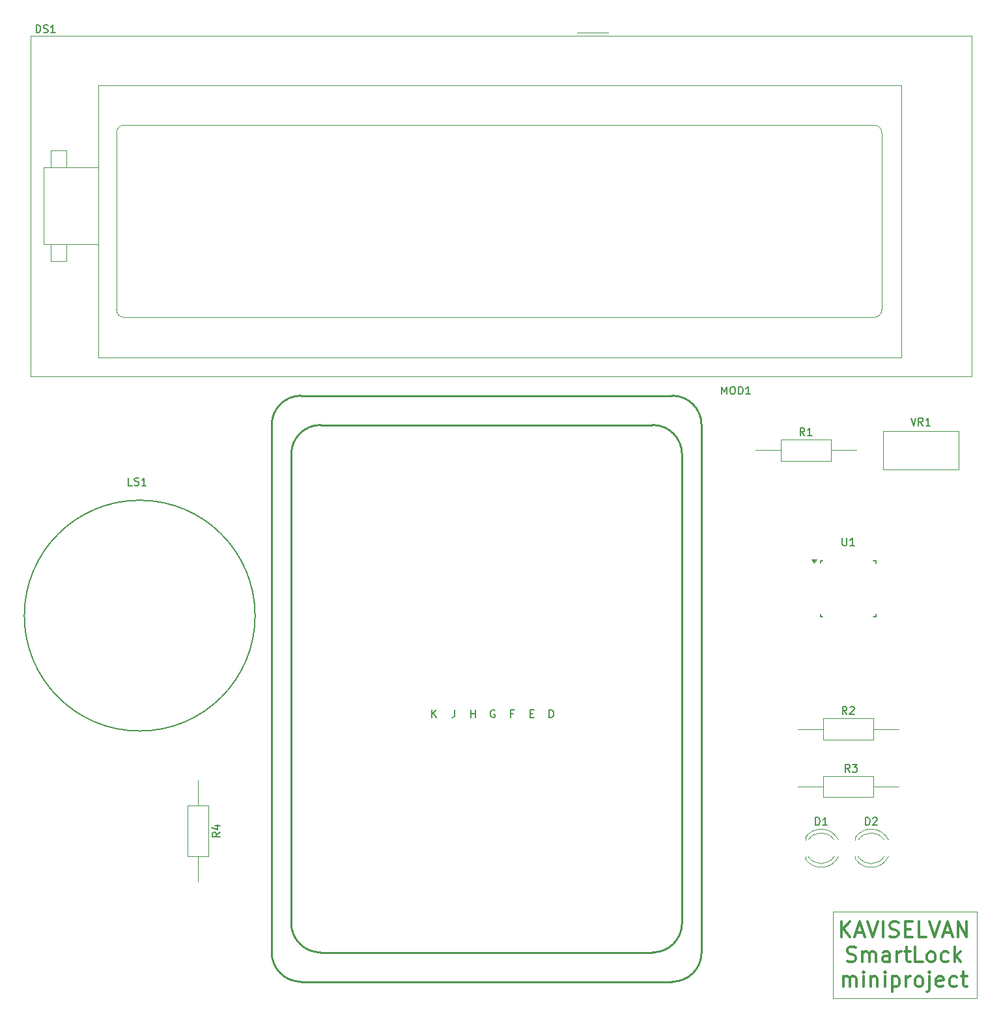
<source format=gbr>
%TF.GenerationSoftware,KiCad,Pcbnew,8.0.2*%
%TF.CreationDate,2024-07-17T11:39:07+05:30*%
%TF.ProjectId,smart lock,736d6172-7420-46c6-9f63-6b2e6b696361,v1*%
%TF.SameCoordinates,Original*%
%TF.FileFunction,Legend,Top*%
%TF.FilePolarity,Positive*%
%FSLAX46Y46*%
G04 Gerber Fmt 4.6, Leading zero omitted, Abs format (unit mm)*
G04 Created by KiCad (PCBNEW 8.0.2) date 2024-07-17 11:39:07*
%MOMM*%
%LPD*%
G01*
G04 APERTURE LIST*
%ADD10C,0.100000*%
%ADD11C,0.300000*%
%ADD12C,0.150000*%
%ADD13C,0.120000*%
%ADD14C,0.254000*%
%ADD15C,0.127000*%
G04 APERTURE END LIST*
D10*
X162000000Y-145500000D02*
X180750000Y-145500000D01*
X180750000Y-156750000D01*
X162000000Y-156750000D01*
X162000000Y-145500000D01*
D11*
X163107142Y-148799862D02*
X163107142Y-146799862D01*
X164249999Y-148799862D02*
X163392856Y-147657004D01*
X164249999Y-146799862D02*
X163107142Y-147942719D01*
X165011904Y-148228433D02*
X165964285Y-148228433D01*
X164821428Y-148799862D02*
X165488094Y-146799862D01*
X165488094Y-146799862D02*
X166154761Y-148799862D01*
X166535714Y-146799862D02*
X167202380Y-148799862D01*
X167202380Y-148799862D02*
X167869047Y-146799862D01*
X168535714Y-148799862D02*
X168535714Y-146799862D01*
X169392857Y-148704624D02*
X169678571Y-148799862D01*
X169678571Y-148799862D02*
X170154762Y-148799862D01*
X170154762Y-148799862D02*
X170345238Y-148704624D01*
X170345238Y-148704624D02*
X170440476Y-148609385D01*
X170440476Y-148609385D02*
X170535714Y-148418909D01*
X170535714Y-148418909D02*
X170535714Y-148228433D01*
X170535714Y-148228433D02*
X170440476Y-148037957D01*
X170440476Y-148037957D02*
X170345238Y-147942719D01*
X170345238Y-147942719D02*
X170154762Y-147847481D01*
X170154762Y-147847481D02*
X169773809Y-147752243D01*
X169773809Y-147752243D02*
X169583333Y-147657004D01*
X169583333Y-147657004D02*
X169488095Y-147561766D01*
X169488095Y-147561766D02*
X169392857Y-147371290D01*
X169392857Y-147371290D02*
X169392857Y-147180814D01*
X169392857Y-147180814D02*
X169488095Y-146990338D01*
X169488095Y-146990338D02*
X169583333Y-146895100D01*
X169583333Y-146895100D02*
X169773809Y-146799862D01*
X169773809Y-146799862D02*
X170250000Y-146799862D01*
X170250000Y-146799862D02*
X170535714Y-146895100D01*
X171392857Y-147752243D02*
X172059524Y-147752243D01*
X172345238Y-148799862D02*
X171392857Y-148799862D01*
X171392857Y-148799862D02*
X171392857Y-146799862D01*
X171392857Y-146799862D02*
X172345238Y-146799862D01*
X174154762Y-148799862D02*
X173202381Y-148799862D01*
X173202381Y-148799862D02*
X173202381Y-146799862D01*
X174535715Y-146799862D02*
X175202381Y-148799862D01*
X175202381Y-148799862D02*
X175869048Y-146799862D01*
X176440477Y-148228433D02*
X177392858Y-148228433D01*
X176250001Y-148799862D02*
X176916667Y-146799862D01*
X176916667Y-146799862D02*
X177583334Y-148799862D01*
X178250001Y-148799862D02*
X178250001Y-146799862D01*
X178250001Y-146799862D02*
X179392858Y-148799862D01*
X179392858Y-148799862D02*
X179392858Y-146799862D01*
X163869047Y-151924512D02*
X164154761Y-152019750D01*
X164154761Y-152019750D02*
X164630952Y-152019750D01*
X164630952Y-152019750D02*
X164821428Y-151924512D01*
X164821428Y-151924512D02*
X164916666Y-151829273D01*
X164916666Y-151829273D02*
X165011904Y-151638797D01*
X165011904Y-151638797D02*
X165011904Y-151448321D01*
X165011904Y-151448321D02*
X164916666Y-151257845D01*
X164916666Y-151257845D02*
X164821428Y-151162607D01*
X164821428Y-151162607D02*
X164630952Y-151067369D01*
X164630952Y-151067369D02*
X164249999Y-150972131D01*
X164249999Y-150972131D02*
X164059523Y-150876892D01*
X164059523Y-150876892D02*
X163964285Y-150781654D01*
X163964285Y-150781654D02*
X163869047Y-150591178D01*
X163869047Y-150591178D02*
X163869047Y-150400702D01*
X163869047Y-150400702D02*
X163964285Y-150210226D01*
X163964285Y-150210226D02*
X164059523Y-150114988D01*
X164059523Y-150114988D02*
X164249999Y-150019750D01*
X164249999Y-150019750D02*
X164726190Y-150019750D01*
X164726190Y-150019750D02*
X165011904Y-150114988D01*
X165869047Y-152019750D02*
X165869047Y-150686416D01*
X165869047Y-150876892D02*
X165964285Y-150781654D01*
X165964285Y-150781654D02*
X166154761Y-150686416D01*
X166154761Y-150686416D02*
X166440476Y-150686416D01*
X166440476Y-150686416D02*
X166630952Y-150781654D01*
X166630952Y-150781654D02*
X166726190Y-150972131D01*
X166726190Y-150972131D02*
X166726190Y-152019750D01*
X166726190Y-150972131D02*
X166821428Y-150781654D01*
X166821428Y-150781654D02*
X167011904Y-150686416D01*
X167011904Y-150686416D02*
X167297618Y-150686416D01*
X167297618Y-150686416D02*
X167488095Y-150781654D01*
X167488095Y-150781654D02*
X167583333Y-150972131D01*
X167583333Y-150972131D02*
X167583333Y-152019750D01*
X169392857Y-152019750D02*
X169392857Y-150972131D01*
X169392857Y-150972131D02*
X169297619Y-150781654D01*
X169297619Y-150781654D02*
X169107143Y-150686416D01*
X169107143Y-150686416D02*
X168726190Y-150686416D01*
X168726190Y-150686416D02*
X168535714Y-150781654D01*
X169392857Y-151924512D02*
X169202381Y-152019750D01*
X169202381Y-152019750D02*
X168726190Y-152019750D01*
X168726190Y-152019750D02*
X168535714Y-151924512D01*
X168535714Y-151924512D02*
X168440476Y-151734035D01*
X168440476Y-151734035D02*
X168440476Y-151543559D01*
X168440476Y-151543559D02*
X168535714Y-151353083D01*
X168535714Y-151353083D02*
X168726190Y-151257845D01*
X168726190Y-151257845D02*
X169202381Y-151257845D01*
X169202381Y-151257845D02*
X169392857Y-151162607D01*
X170345238Y-152019750D02*
X170345238Y-150686416D01*
X170345238Y-151067369D02*
X170440476Y-150876892D01*
X170440476Y-150876892D02*
X170535714Y-150781654D01*
X170535714Y-150781654D02*
X170726190Y-150686416D01*
X170726190Y-150686416D02*
X170916667Y-150686416D01*
X171297619Y-150686416D02*
X172059523Y-150686416D01*
X171583333Y-150019750D02*
X171583333Y-151734035D01*
X171583333Y-151734035D02*
X171678571Y-151924512D01*
X171678571Y-151924512D02*
X171869047Y-152019750D01*
X171869047Y-152019750D02*
X172059523Y-152019750D01*
X173678571Y-152019750D02*
X172726190Y-152019750D01*
X172726190Y-152019750D02*
X172726190Y-150019750D01*
X174630952Y-152019750D02*
X174440476Y-151924512D01*
X174440476Y-151924512D02*
X174345238Y-151829273D01*
X174345238Y-151829273D02*
X174250000Y-151638797D01*
X174250000Y-151638797D02*
X174250000Y-151067369D01*
X174250000Y-151067369D02*
X174345238Y-150876892D01*
X174345238Y-150876892D02*
X174440476Y-150781654D01*
X174440476Y-150781654D02*
X174630952Y-150686416D01*
X174630952Y-150686416D02*
X174916667Y-150686416D01*
X174916667Y-150686416D02*
X175107143Y-150781654D01*
X175107143Y-150781654D02*
X175202381Y-150876892D01*
X175202381Y-150876892D02*
X175297619Y-151067369D01*
X175297619Y-151067369D02*
X175297619Y-151638797D01*
X175297619Y-151638797D02*
X175202381Y-151829273D01*
X175202381Y-151829273D02*
X175107143Y-151924512D01*
X175107143Y-151924512D02*
X174916667Y-152019750D01*
X174916667Y-152019750D02*
X174630952Y-152019750D01*
X177011905Y-151924512D02*
X176821429Y-152019750D01*
X176821429Y-152019750D02*
X176440476Y-152019750D01*
X176440476Y-152019750D02*
X176250000Y-151924512D01*
X176250000Y-151924512D02*
X176154762Y-151829273D01*
X176154762Y-151829273D02*
X176059524Y-151638797D01*
X176059524Y-151638797D02*
X176059524Y-151067369D01*
X176059524Y-151067369D02*
X176154762Y-150876892D01*
X176154762Y-150876892D02*
X176250000Y-150781654D01*
X176250000Y-150781654D02*
X176440476Y-150686416D01*
X176440476Y-150686416D02*
X176821429Y-150686416D01*
X176821429Y-150686416D02*
X177011905Y-150781654D01*
X177869048Y-152019750D02*
X177869048Y-150019750D01*
X178059524Y-151257845D02*
X178630953Y-152019750D01*
X178630953Y-150686416D02*
X177869048Y-151448321D01*
X163345237Y-155239638D02*
X163345237Y-153906304D01*
X163345237Y-154096780D02*
X163440475Y-154001542D01*
X163440475Y-154001542D02*
X163630951Y-153906304D01*
X163630951Y-153906304D02*
X163916666Y-153906304D01*
X163916666Y-153906304D02*
X164107142Y-154001542D01*
X164107142Y-154001542D02*
X164202380Y-154192019D01*
X164202380Y-154192019D02*
X164202380Y-155239638D01*
X164202380Y-154192019D02*
X164297618Y-154001542D01*
X164297618Y-154001542D02*
X164488094Y-153906304D01*
X164488094Y-153906304D02*
X164773808Y-153906304D01*
X164773808Y-153906304D02*
X164964285Y-154001542D01*
X164964285Y-154001542D02*
X165059523Y-154192019D01*
X165059523Y-154192019D02*
X165059523Y-155239638D01*
X166011904Y-155239638D02*
X166011904Y-153906304D01*
X166011904Y-153239638D02*
X165916666Y-153334876D01*
X165916666Y-153334876D02*
X166011904Y-153430114D01*
X166011904Y-153430114D02*
X166107142Y-153334876D01*
X166107142Y-153334876D02*
X166011904Y-153239638D01*
X166011904Y-153239638D02*
X166011904Y-153430114D01*
X166964285Y-153906304D02*
X166964285Y-155239638D01*
X166964285Y-154096780D02*
X167059523Y-154001542D01*
X167059523Y-154001542D02*
X167249999Y-153906304D01*
X167249999Y-153906304D02*
X167535714Y-153906304D01*
X167535714Y-153906304D02*
X167726190Y-154001542D01*
X167726190Y-154001542D02*
X167821428Y-154192019D01*
X167821428Y-154192019D02*
X167821428Y-155239638D01*
X168773809Y-155239638D02*
X168773809Y-153906304D01*
X168773809Y-153239638D02*
X168678571Y-153334876D01*
X168678571Y-153334876D02*
X168773809Y-153430114D01*
X168773809Y-153430114D02*
X168869047Y-153334876D01*
X168869047Y-153334876D02*
X168773809Y-153239638D01*
X168773809Y-153239638D02*
X168773809Y-153430114D01*
X169726190Y-153906304D02*
X169726190Y-155906304D01*
X169726190Y-154001542D02*
X169916666Y-153906304D01*
X169916666Y-153906304D02*
X170297619Y-153906304D01*
X170297619Y-153906304D02*
X170488095Y-154001542D01*
X170488095Y-154001542D02*
X170583333Y-154096780D01*
X170583333Y-154096780D02*
X170678571Y-154287257D01*
X170678571Y-154287257D02*
X170678571Y-154858685D01*
X170678571Y-154858685D02*
X170583333Y-155049161D01*
X170583333Y-155049161D02*
X170488095Y-155144400D01*
X170488095Y-155144400D02*
X170297619Y-155239638D01*
X170297619Y-155239638D02*
X169916666Y-155239638D01*
X169916666Y-155239638D02*
X169726190Y-155144400D01*
X171535714Y-155239638D02*
X171535714Y-153906304D01*
X171535714Y-154287257D02*
X171630952Y-154096780D01*
X171630952Y-154096780D02*
X171726190Y-154001542D01*
X171726190Y-154001542D02*
X171916666Y-153906304D01*
X171916666Y-153906304D02*
X172107143Y-153906304D01*
X173059523Y-155239638D02*
X172869047Y-155144400D01*
X172869047Y-155144400D02*
X172773809Y-155049161D01*
X172773809Y-155049161D02*
X172678571Y-154858685D01*
X172678571Y-154858685D02*
X172678571Y-154287257D01*
X172678571Y-154287257D02*
X172773809Y-154096780D01*
X172773809Y-154096780D02*
X172869047Y-154001542D01*
X172869047Y-154001542D02*
X173059523Y-153906304D01*
X173059523Y-153906304D02*
X173345238Y-153906304D01*
X173345238Y-153906304D02*
X173535714Y-154001542D01*
X173535714Y-154001542D02*
X173630952Y-154096780D01*
X173630952Y-154096780D02*
X173726190Y-154287257D01*
X173726190Y-154287257D02*
X173726190Y-154858685D01*
X173726190Y-154858685D02*
X173630952Y-155049161D01*
X173630952Y-155049161D02*
X173535714Y-155144400D01*
X173535714Y-155144400D02*
X173345238Y-155239638D01*
X173345238Y-155239638D02*
X173059523Y-155239638D01*
X174583333Y-153906304D02*
X174583333Y-155620590D01*
X174583333Y-155620590D02*
X174488095Y-155811066D01*
X174488095Y-155811066D02*
X174297619Y-155906304D01*
X174297619Y-155906304D02*
X174202381Y-155906304D01*
X174583333Y-153239638D02*
X174488095Y-153334876D01*
X174488095Y-153334876D02*
X174583333Y-153430114D01*
X174583333Y-153430114D02*
X174678571Y-153334876D01*
X174678571Y-153334876D02*
X174583333Y-153239638D01*
X174583333Y-153239638D02*
X174583333Y-153430114D01*
X176297619Y-155144400D02*
X176107143Y-155239638D01*
X176107143Y-155239638D02*
X175726190Y-155239638D01*
X175726190Y-155239638D02*
X175535714Y-155144400D01*
X175535714Y-155144400D02*
X175440476Y-154953923D01*
X175440476Y-154953923D02*
X175440476Y-154192019D01*
X175440476Y-154192019D02*
X175535714Y-154001542D01*
X175535714Y-154001542D02*
X175726190Y-153906304D01*
X175726190Y-153906304D02*
X176107143Y-153906304D01*
X176107143Y-153906304D02*
X176297619Y-154001542D01*
X176297619Y-154001542D02*
X176392857Y-154192019D01*
X176392857Y-154192019D02*
X176392857Y-154382495D01*
X176392857Y-154382495D02*
X175440476Y-154572971D01*
X178107143Y-155144400D02*
X177916667Y-155239638D01*
X177916667Y-155239638D02*
X177535714Y-155239638D01*
X177535714Y-155239638D02*
X177345238Y-155144400D01*
X177345238Y-155144400D02*
X177250000Y-155049161D01*
X177250000Y-155049161D02*
X177154762Y-154858685D01*
X177154762Y-154858685D02*
X177154762Y-154287257D01*
X177154762Y-154287257D02*
X177250000Y-154096780D01*
X177250000Y-154096780D02*
X177345238Y-154001542D01*
X177345238Y-154001542D02*
X177535714Y-153906304D01*
X177535714Y-153906304D02*
X177916667Y-153906304D01*
X177916667Y-153906304D02*
X178107143Y-154001542D01*
X178678572Y-153906304D02*
X179440476Y-153906304D01*
X178964286Y-153239638D02*
X178964286Y-154953923D01*
X178964286Y-154953923D02*
X179059524Y-155144400D01*
X179059524Y-155144400D02*
X179250000Y-155239638D01*
X179250000Y-155239638D02*
X179440476Y-155239638D01*
D12*
X159756905Y-134244819D02*
X159756905Y-133244819D01*
X159756905Y-133244819D02*
X159995000Y-133244819D01*
X159995000Y-133244819D02*
X160137857Y-133292438D01*
X160137857Y-133292438D02*
X160233095Y-133387676D01*
X160233095Y-133387676D02*
X160280714Y-133482914D01*
X160280714Y-133482914D02*
X160328333Y-133673390D01*
X160328333Y-133673390D02*
X160328333Y-133816247D01*
X160328333Y-133816247D02*
X160280714Y-134006723D01*
X160280714Y-134006723D02*
X160233095Y-134101961D01*
X160233095Y-134101961D02*
X160137857Y-134197200D01*
X160137857Y-134197200D02*
X159995000Y-134244819D01*
X159995000Y-134244819D02*
X159756905Y-134244819D01*
X161280714Y-134244819D02*
X160709286Y-134244819D01*
X160995000Y-134244819D02*
X160995000Y-133244819D01*
X160995000Y-133244819D02*
X160899762Y-133387676D01*
X160899762Y-133387676D02*
X160804524Y-133482914D01*
X160804524Y-133482914D02*
X160709286Y-133530533D01*
X147551667Y-78219819D02*
X147551667Y-77219819D01*
X147551667Y-77219819D02*
X147885000Y-77934104D01*
X147885000Y-77934104D02*
X148218333Y-77219819D01*
X148218333Y-77219819D02*
X148218333Y-78219819D01*
X148885000Y-77219819D02*
X149075476Y-77219819D01*
X149075476Y-77219819D02*
X149170714Y-77267438D01*
X149170714Y-77267438D02*
X149265952Y-77362676D01*
X149265952Y-77362676D02*
X149313571Y-77553152D01*
X149313571Y-77553152D02*
X149313571Y-77886485D01*
X149313571Y-77886485D02*
X149265952Y-78076961D01*
X149265952Y-78076961D02*
X149170714Y-78172200D01*
X149170714Y-78172200D02*
X149075476Y-78219819D01*
X149075476Y-78219819D02*
X148885000Y-78219819D01*
X148885000Y-78219819D02*
X148789762Y-78172200D01*
X148789762Y-78172200D02*
X148694524Y-78076961D01*
X148694524Y-78076961D02*
X148646905Y-77886485D01*
X148646905Y-77886485D02*
X148646905Y-77553152D01*
X148646905Y-77553152D02*
X148694524Y-77362676D01*
X148694524Y-77362676D02*
X148789762Y-77267438D01*
X148789762Y-77267438D02*
X148885000Y-77219819D01*
X149742143Y-78219819D02*
X149742143Y-77219819D01*
X149742143Y-77219819D02*
X149980238Y-77219819D01*
X149980238Y-77219819D02*
X150123095Y-77267438D01*
X150123095Y-77267438D02*
X150218333Y-77362676D01*
X150218333Y-77362676D02*
X150265952Y-77457914D01*
X150265952Y-77457914D02*
X150313571Y-77648390D01*
X150313571Y-77648390D02*
X150313571Y-77791247D01*
X150313571Y-77791247D02*
X150265952Y-77981723D01*
X150265952Y-77981723D02*
X150218333Y-78076961D01*
X150218333Y-78076961D02*
X150123095Y-78172200D01*
X150123095Y-78172200D02*
X149980238Y-78219819D01*
X149980238Y-78219819D02*
X149742143Y-78219819D01*
X151265952Y-78219819D02*
X150694524Y-78219819D01*
X150980238Y-78219819D02*
X150980238Y-77219819D01*
X150980238Y-77219819D02*
X150885000Y-77362676D01*
X150885000Y-77362676D02*
X150789762Y-77457914D01*
X150789762Y-77457914D02*
X150694524Y-77505533D01*
X122650714Y-119733009D02*
X122984047Y-119733009D01*
X123126904Y-120256819D02*
X122650714Y-120256819D01*
X122650714Y-120256819D02*
X122650714Y-119256819D01*
X122650714Y-119256819D02*
X123126904Y-119256819D01*
X109903095Y-120256819D02*
X109903095Y-119256819D01*
X110474523Y-120256819D02*
X110045952Y-119685390D01*
X110474523Y-119256819D02*
X109903095Y-119828247D01*
X120467857Y-119733009D02*
X120134524Y-119733009D01*
X120134524Y-120256819D02*
X120134524Y-119256819D01*
X120134524Y-119256819D02*
X120610714Y-119256819D01*
X125143095Y-120256819D02*
X125143095Y-119256819D01*
X125143095Y-119256819D02*
X125381190Y-119256819D01*
X125381190Y-119256819D02*
X125524047Y-119304438D01*
X125524047Y-119304438D02*
X125619285Y-119399676D01*
X125619285Y-119399676D02*
X125666904Y-119494914D01*
X125666904Y-119494914D02*
X125714523Y-119685390D01*
X125714523Y-119685390D02*
X125714523Y-119828247D01*
X125714523Y-119828247D02*
X125666904Y-120018723D01*
X125666904Y-120018723D02*
X125619285Y-120113961D01*
X125619285Y-120113961D02*
X125524047Y-120209200D01*
X125524047Y-120209200D02*
X125381190Y-120256819D01*
X125381190Y-120256819D02*
X125143095Y-120256819D01*
X112847857Y-119256819D02*
X112847857Y-119971104D01*
X112847857Y-119971104D02*
X112800238Y-120113961D01*
X112800238Y-120113961D02*
X112705000Y-120209200D01*
X112705000Y-120209200D02*
X112562143Y-120256819D01*
X112562143Y-120256819D02*
X112466905Y-120256819D01*
X114959286Y-120256819D02*
X114959286Y-119256819D01*
X114959286Y-119733009D02*
X115530714Y-119733009D01*
X115530714Y-120256819D02*
X115530714Y-119256819D01*
X118046904Y-119304438D02*
X117951666Y-119256819D01*
X117951666Y-119256819D02*
X117808809Y-119256819D01*
X117808809Y-119256819D02*
X117665952Y-119304438D01*
X117665952Y-119304438D02*
X117570714Y-119399676D01*
X117570714Y-119399676D02*
X117523095Y-119494914D01*
X117523095Y-119494914D02*
X117475476Y-119685390D01*
X117475476Y-119685390D02*
X117475476Y-119828247D01*
X117475476Y-119828247D02*
X117523095Y-120018723D01*
X117523095Y-120018723D02*
X117570714Y-120113961D01*
X117570714Y-120113961D02*
X117665952Y-120209200D01*
X117665952Y-120209200D02*
X117808809Y-120256819D01*
X117808809Y-120256819D02*
X117904047Y-120256819D01*
X117904047Y-120256819D02*
X118046904Y-120209200D01*
X118046904Y-120209200D02*
X118094523Y-120161580D01*
X118094523Y-120161580D02*
X118094523Y-119828247D01*
X118094523Y-119828247D02*
X117904047Y-119828247D01*
X172150476Y-81294819D02*
X172483809Y-82294819D01*
X172483809Y-82294819D02*
X172817142Y-81294819D01*
X173721904Y-82294819D02*
X173388571Y-81818628D01*
X173150476Y-82294819D02*
X173150476Y-81294819D01*
X173150476Y-81294819D02*
X173531428Y-81294819D01*
X173531428Y-81294819D02*
X173626666Y-81342438D01*
X173626666Y-81342438D02*
X173674285Y-81390057D01*
X173674285Y-81390057D02*
X173721904Y-81485295D01*
X173721904Y-81485295D02*
X173721904Y-81628152D01*
X173721904Y-81628152D02*
X173674285Y-81723390D01*
X173674285Y-81723390D02*
X173626666Y-81771009D01*
X173626666Y-81771009D02*
X173531428Y-81818628D01*
X173531428Y-81818628D02*
X173150476Y-81818628D01*
X174674285Y-82294819D02*
X174102857Y-82294819D01*
X174388571Y-82294819D02*
X174388571Y-81294819D01*
X174388571Y-81294819D02*
X174293333Y-81437676D01*
X174293333Y-81437676D02*
X174198095Y-81532914D01*
X174198095Y-81532914D02*
X174102857Y-81580533D01*
X166256905Y-134244819D02*
X166256905Y-133244819D01*
X166256905Y-133244819D02*
X166495000Y-133244819D01*
X166495000Y-133244819D02*
X166637857Y-133292438D01*
X166637857Y-133292438D02*
X166733095Y-133387676D01*
X166733095Y-133387676D02*
X166780714Y-133482914D01*
X166780714Y-133482914D02*
X166828333Y-133673390D01*
X166828333Y-133673390D02*
X166828333Y-133816247D01*
X166828333Y-133816247D02*
X166780714Y-134006723D01*
X166780714Y-134006723D02*
X166733095Y-134101961D01*
X166733095Y-134101961D02*
X166637857Y-134197200D01*
X166637857Y-134197200D02*
X166495000Y-134244819D01*
X166495000Y-134244819D02*
X166256905Y-134244819D01*
X167209286Y-133340057D02*
X167256905Y-133292438D01*
X167256905Y-133292438D02*
X167352143Y-133244819D01*
X167352143Y-133244819D02*
X167590238Y-133244819D01*
X167590238Y-133244819D02*
X167685476Y-133292438D01*
X167685476Y-133292438D02*
X167733095Y-133340057D01*
X167733095Y-133340057D02*
X167780714Y-133435295D01*
X167780714Y-133435295D02*
X167780714Y-133530533D01*
X167780714Y-133530533D02*
X167733095Y-133673390D01*
X167733095Y-133673390D02*
X167161667Y-134244819D01*
X167161667Y-134244819D02*
X167780714Y-134244819D01*
X164213333Y-127334819D02*
X163880000Y-126858628D01*
X163641905Y-127334819D02*
X163641905Y-126334819D01*
X163641905Y-126334819D02*
X164022857Y-126334819D01*
X164022857Y-126334819D02*
X164118095Y-126382438D01*
X164118095Y-126382438D02*
X164165714Y-126430057D01*
X164165714Y-126430057D02*
X164213333Y-126525295D01*
X164213333Y-126525295D02*
X164213333Y-126668152D01*
X164213333Y-126668152D02*
X164165714Y-126763390D01*
X164165714Y-126763390D02*
X164118095Y-126811009D01*
X164118095Y-126811009D02*
X164022857Y-126858628D01*
X164022857Y-126858628D02*
X163641905Y-126858628D01*
X164546667Y-126334819D02*
X165165714Y-126334819D01*
X165165714Y-126334819D02*
X164832381Y-126715771D01*
X164832381Y-126715771D02*
X164975238Y-126715771D01*
X164975238Y-126715771D02*
X165070476Y-126763390D01*
X165070476Y-126763390D02*
X165118095Y-126811009D01*
X165118095Y-126811009D02*
X165165714Y-126906247D01*
X165165714Y-126906247D02*
X165165714Y-127144342D01*
X165165714Y-127144342D02*
X165118095Y-127239580D01*
X165118095Y-127239580D02*
X165070476Y-127287200D01*
X165070476Y-127287200D02*
X164975238Y-127334819D01*
X164975238Y-127334819D02*
X164689524Y-127334819D01*
X164689524Y-127334819D02*
X164594286Y-127287200D01*
X164594286Y-127287200D02*
X164546667Y-127239580D01*
X163833333Y-119834819D02*
X163500000Y-119358628D01*
X163261905Y-119834819D02*
X163261905Y-118834819D01*
X163261905Y-118834819D02*
X163642857Y-118834819D01*
X163642857Y-118834819D02*
X163738095Y-118882438D01*
X163738095Y-118882438D02*
X163785714Y-118930057D01*
X163785714Y-118930057D02*
X163833333Y-119025295D01*
X163833333Y-119025295D02*
X163833333Y-119168152D01*
X163833333Y-119168152D02*
X163785714Y-119263390D01*
X163785714Y-119263390D02*
X163738095Y-119311009D01*
X163738095Y-119311009D02*
X163642857Y-119358628D01*
X163642857Y-119358628D02*
X163261905Y-119358628D01*
X164214286Y-118930057D02*
X164261905Y-118882438D01*
X164261905Y-118882438D02*
X164357143Y-118834819D01*
X164357143Y-118834819D02*
X164595238Y-118834819D01*
X164595238Y-118834819D02*
X164690476Y-118882438D01*
X164690476Y-118882438D02*
X164738095Y-118930057D01*
X164738095Y-118930057D02*
X164785714Y-119025295D01*
X164785714Y-119025295D02*
X164785714Y-119120533D01*
X164785714Y-119120533D02*
X164738095Y-119263390D01*
X164738095Y-119263390D02*
X164166667Y-119834819D01*
X164166667Y-119834819D02*
X164785714Y-119834819D01*
X158333333Y-83584819D02*
X158000000Y-83108628D01*
X157761905Y-83584819D02*
X157761905Y-82584819D01*
X157761905Y-82584819D02*
X158142857Y-82584819D01*
X158142857Y-82584819D02*
X158238095Y-82632438D01*
X158238095Y-82632438D02*
X158285714Y-82680057D01*
X158285714Y-82680057D02*
X158333333Y-82775295D01*
X158333333Y-82775295D02*
X158333333Y-82918152D01*
X158333333Y-82918152D02*
X158285714Y-83013390D01*
X158285714Y-83013390D02*
X158238095Y-83061009D01*
X158238095Y-83061009D02*
X158142857Y-83108628D01*
X158142857Y-83108628D02*
X157761905Y-83108628D01*
X159285714Y-83584819D02*
X158714286Y-83584819D01*
X159000000Y-83584819D02*
X159000000Y-82584819D01*
X159000000Y-82584819D02*
X158904762Y-82727676D01*
X158904762Y-82727676D02*
X158809524Y-82822914D01*
X158809524Y-82822914D02*
X158714286Y-82870533D01*
X70930307Y-90077792D02*
X70453213Y-90077792D01*
X70453213Y-90077792D02*
X70453213Y-89075894D01*
X71216563Y-90030083D02*
X71359692Y-90077792D01*
X71359692Y-90077792D02*
X71598239Y-90077792D01*
X71598239Y-90077792D02*
X71693658Y-90030083D01*
X71693658Y-90030083D02*
X71741367Y-89982373D01*
X71741367Y-89982373D02*
X71789076Y-89886954D01*
X71789076Y-89886954D02*
X71789076Y-89791535D01*
X71789076Y-89791535D02*
X71741367Y-89696117D01*
X71741367Y-89696117D02*
X71693658Y-89648407D01*
X71693658Y-89648407D02*
X71598239Y-89600698D01*
X71598239Y-89600698D02*
X71407401Y-89552988D01*
X71407401Y-89552988D02*
X71311982Y-89505279D01*
X71311982Y-89505279D02*
X71264273Y-89457569D01*
X71264273Y-89457569D02*
X71216563Y-89362151D01*
X71216563Y-89362151D02*
X71216563Y-89266732D01*
X71216563Y-89266732D02*
X71264273Y-89171313D01*
X71264273Y-89171313D02*
X71311982Y-89123603D01*
X71311982Y-89123603D02*
X71407401Y-89075894D01*
X71407401Y-89075894D02*
X71645948Y-89075894D01*
X71645948Y-89075894D02*
X71789076Y-89123603D01*
X72743265Y-90077792D02*
X72170752Y-90077792D01*
X72457009Y-90077792D02*
X72457009Y-89075894D01*
X72457009Y-89075894D02*
X72361590Y-89219022D01*
X72361590Y-89219022D02*
X72266171Y-89314441D01*
X72266171Y-89314441D02*
X72170752Y-89362151D01*
X82324819Y-135166666D02*
X81848628Y-135499999D01*
X82324819Y-135738094D02*
X81324819Y-135738094D01*
X81324819Y-135738094D02*
X81324819Y-135357142D01*
X81324819Y-135357142D02*
X81372438Y-135261904D01*
X81372438Y-135261904D02*
X81420057Y-135214285D01*
X81420057Y-135214285D02*
X81515295Y-135166666D01*
X81515295Y-135166666D02*
X81658152Y-135166666D01*
X81658152Y-135166666D02*
X81753390Y-135214285D01*
X81753390Y-135214285D02*
X81801009Y-135261904D01*
X81801009Y-135261904D02*
X81848628Y-135357142D01*
X81848628Y-135357142D02*
X81848628Y-135738094D01*
X81658152Y-134309523D02*
X82324819Y-134309523D01*
X81277200Y-134547618D02*
X81991485Y-134785713D01*
X81991485Y-134785713D02*
X81991485Y-134166666D01*
X163238095Y-96904819D02*
X163238095Y-97714342D01*
X163238095Y-97714342D02*
X163285714Y-97809580D01*
X163285714Y-97809580D02*
X163333333Y-97857200D01*
X163333333Y-97857200D02*
X163428571Y-97904819D01*
X163428571Y-97904819D02*
X163619047Y-97904819D01*
X163619047Y-97904819D02*
X163714285Y-97857200D01*
X163714285Y-97857200D02*
X163761904Y-97809580D01*
X163761904Y-97809580D02*
X163809523Y-97714342D01*
X163809523Y-97714342D02*
X163809523Y-96904819D01*
X164809523Y-97904819D02*
X164238095Y-97904819D01*
X164523809Y-97904819D02*
X164523809Y-96904819D01*
X164523809Y-96904819D02*
X164428571Y-97047676D01*
X164428571Y-97047676D02*
X164333333Y-97142914D01*
X164333333Y-97142914D02*
X164238095Y-97190533D01*
X58445714Y-31199819D02*
X58445714Y-30199819D01*
X58445714Y-30199819D02*
X58683809Y-30199819D01*
X58683809Y-30199819D02*
X58826666Y-30247438D01*
X58826666Y-30247438D02*
X58921904Y-30342676D01*
X58921904Y-30342676D02*
X58969523Y-30437914D01*
X58969523Y-30437914D02*
X59017142Y-30628390D01*
X59017142Y-30628390D02*
X59017142Y-30771247D01*
X59017142Y-30771247D02*
X58969523Y-30961723D01*
X58969523Y-30961723D02*
X58921904Y-31056961D01*
X58921904Y-31056961D02*
X58826666Y-31152200D01*
X58826666Y-31152200D02*
X58683809Y-31199819D01*
X58683809Y-31199819D02*
X58445714Y-31199819D01*
X59398095Y-31152200D02*
X59540952Y-31199819D01*
X59540952Y-31199819D02*
X59779047Y-31199819D01*
X59779047Y-31199819D02*
X59874285Y-31152200D01*
X59874285Y-31152200D02*
X59921904Y-31104580D01*
X59921904Y-31104580D02*
X59969523Y-31009342D01*
X59969523Y-31009342D02*
X59969523Y-30914104D01*
X59969523Y-30914104D02*
X59921904Y-30818866D01*
X59921904Y-30818866D02*
X59874285Y-30771247D01*
X59874285Y-30771247D02*
X59779047Y-30723628D01*
X59779047Y-30723628D02*
X59588571Y-30676009D01*
X59588571Y-30676009D02*
X59493333Y-30628390D01*
X59493333Y-30628390D02*
X59445714Y-30580771D01*
X59445714Y-30580771D02*
X59398095Y-30485533D01*
X59398095Y-30485533D02*
X59398095Y-30390295D01*
X59398095Y-30390295D02*
X59445714Y-30295057D01*
X59445714Y-30295057D02*
X59493333Y-30247438D01*
X59493333Y-30247438D02*
X59588571Y-30199819D01*
X59588571Y-30199819D02*
X59826666Y-30199819D01*
X59826666Y-30199819D02*
X59969523Y-30247438D01*
X60921904Y-31199819D02*
X60350476Y-31199819D01*
X60636190Y-31199819D02*
X60636190Y-30199819D01*
X60636190Y-30199819D02*
X60540952Y-30342676D01*
X60540952Y-30342676D02*
X60445714Y-30437914D01*
X60445714Y-30437914D02*
X60350476Y-30485533D01*
D13*
%TO.C,D1*%
X158435000Y-135851000D02*
X158435000Y-136170000D01*
X158435000Y-138330000D02*
X158435000Y-138649000D01*
X158435000Y-135851251D02*
G75*
G02*
X162738242Y-136169276I2060000J-1398749D01*
G01*
X158811670Y-136170000D02*
G75*
G02*
X162177713Y-136169039I1683330J-1080000D01*
G01*
X162177713Y-138330961D02*
G75*
G02*
X158811670Y-138330000I-1682713J1080961D01*
G01*
X162738242Y-138330724D02*
G75*
G02*
X158435000Y-138648749I-2243242J1080724D01*
G01*
D14*
%TO.C,MOD1*%
X89060000Y-150790000D02*
X89060000Y-82210000D01*
X91600000Y-146980000D02*
X91600000Y-86020000D01*
X92870000Y-78400000D02*
X141130000Y-78400000D01*
X95410000Y-82210000D02*
X138590000Y-82210000D01*
X138590000Y-150790000D02*
X95410000Y-150790000D01*
X141130000Y-154600000D02*
X92870000Y-154600000D01*
X142400000Y-86020000D02*
X142400000Y-146980000D01*
X144940000Y-82210000D02*
X144940000Y-150790000D01*
X89060000Y-82210000D02*
G75*
G02*
X92870000Y-78400000I3809999J1D01*
G01*
X91600000Y-86020000D02*
G75*
G02*
X95410000Y-82210000I3809999J1D01*
G01*
X92870000Y-154600000D02*
G75*
G02*
X89060000Y-150790000I-1J3809999D01*
G01*
X95410000Y-150790000D02*
G75*
G02*
X91600000Y-146980000I-1J3809999D01*
G01*
X138590000Y-82210000D02*
G75*
G02*
X142400000Y-86020000I0J-3810000D01*
G01*
X141130000Y-78400000D02*
G75*
G02*
X144940000Y-82210000I0J-3810000D01*
G01*
X142400000Y-146980000D02*
G75*
G02*
X138590000Y-150790000I-3810000J0D01*
G01*
X144940000Y-150790000D02*
G75*
G02*
X141130000Y-154600000I-3810000J0D01*
G01*
D13*
%TO.C,VR1*%
X168575000Y-82970000D02*
X168575000Y-88040000D01*
X168575000Y-82970000D02*
X178345000Y-82970000D01*
X168575000Y-88040000D02*
X178345000Y-88040000D01*
X178345000Y-82970000D02*
X178345000Y-88040000D01*
%TO.C,D2*%
X164935000Y-135851000D02*
X164935000Y-136170000D01*
X164935000Y-138330000D02*
X164935000Y-138649000D01*
X164935000Y-135851251D02*
G75*
G02*
X169238242Y-136169276I2060000J-1398749D01*
G01*
X165311670Y-136170000D02*
G75*
G02*
X168677713Y-136169039I1683330J-1080000D01*
G01*
X168677713Y-138330961D02*
G75*
G02*
X165311670Y-138330000I-1682713J1080961D01*
G01*
X169238242Y-138330724D02*
G75*
G02*
X164935000Y-138648749I-2243242J1080724D01*
G01*
%TO.C,R3*%
X157420000Y-129250000D02*
X160730000Y-129250000D01*
X160730000Y-127880000D02*
X160730000Y-130620000D01*
X160730000Y-130620000D02*
X167270000Y-130620000D01*
X167270000Y-127880000D02*
X160730000Y-127880000D01*
X167270000Y-130620000D02*
X167270000Y-127880000D01*
X170580000Y-129250000D02*
X167270000Y-129250000D01*
%TO.C,R2*%
X157420000Y-121750000D02*
X160730000Y-121750000D01*
X160730000Y-120380000D02*
X160730000Y-123120000D01*
X160730000Y-123120000D02*
X167270000Y-123120000D01*
X167270000Y-120380000D02*
X160730000Y-120380000D01*
X167270000Y-123120000D02*
X167270000Y-120380000D01*
X170580000Y-121750000D02*
X167270000Y-121750000D01*
%TO.C,R1*%
X151920000Y-85500000D02*
X155230000Y-85500000D01*
X155230000Y-84130000D02*
X155230000Y-86870000D01*
X155230000Y-86870000D02*
X161770000Y-86870000D01*
X161770000Y-84130000D02*
X155230000Y-84130000D01*
X161770000Y-86870000D02*
X161770000Y-84130000D01*
X165080000Y-85500000D02*
X161770000Y-85500000D01*
D15*
%TO.C,LS1*%
X86900000Y-107000000D02*
G75*
G02*
X56900000Y-107000000I-15000000J0D01*
G01*
X56900000Y-107000000D02*
G75*
G02*
X86900000Y-107000000I15000000J0D01*
G01*
D13*
%TO.C,R4*%
X78130000Y-131730000D02*
X78130000Y-138270000D01*
X78130000Y-138270000D02*
X80870000Y-138270000D01*
X79500000Y-128420000D02*
X79500000Y-131730000D01*
X79500000Y-141580000D02*
X79500000Y-138270000D01*
X80870000Y-131730000D02*
X78130000Y-131730000D01*
X80870000Y-138270000D02*
X80870000Y-131730000D01*
D12*
%TO.C,U1*%
X160375000Y-99875000D02*
X160375000Y-100100000D01*
X160375000Y-99875000D02*
X160700000Y-99875000D01*
X160375000Y-107125000D02*
X160375000Y-106800000D01*
X160375000Y-107125000D02*
X160700000Y-107125000D01*
X167625000Y-99875000D02*
X167300000Y-99875000D01*
X167625000Y-99875000D02*
X167625000Y-100200000D01*
X167625000Y-107125000D02*
X167300000Y-107125000D01*
X167625000Y-107125000D02*
X167625000Y-106800000D01*
D13*
X159610000Y-100160000D02*
X159270000Y-99690000D01*
X159950000Y-99690000D01*
X159610000Y-100160000D01*
G36*
X159610000Y-100160000D02*
G01*
X159270000Y-99690000D01*
X159950000Y-99690000D01*
X159610000Y-100160000D01*
G37*
%TO.C,DS1*%
X57740000Y-31585000D02*
X57740000Y-75865000D01*
X57740000Y-31585000D02*
X180020000Y-31585000D01*
X59380000Y-48725000D02*
X66480000Y-48725000D01*
X59380000Y-58725000D02*
X59380000Y-48725000D01*
X60380000Y-46525000D02*
X60380000Y-48725000D01*
X60380000Y-60925000D02*
X60380000Y-58725000D01*
X62380000Y-46525000D02*
X60380000Y-46525000D01*
X62380000Y-48725000D02*
X62380000Y-46525000D01*
X62380000Y-58725000D02*
X62380000Y-60925000D01*
X62380000Y-60925000D02*
X60380000Y-60925000D01*
X66480000Y-38025000D02*
X170880000Y-38025000D01*
X66480000Y-58725000D02*
X59380000Y-58725000D01*
X66480000Y-73425000D02*
X66480000Y-38025000D01*
X68880000Y-67225000D02*
X68880000Y-44225000D01*
X69880000Y-43225000D02*
X167380000Y-43225000D01*
X128780000Y-31225000D02*
X132780000Y-31225000D01*
X167380000Y-68225000D02*
X69880000Y-68225000D01*
X168380000Y-44225000D02*
X168380000Y-67225000D01*
X170880000Y-38025000D02*
X170880000Y-73425000D01*
X170880000Y-73425000D02*
X66480000Y-73425000D01*
X180020000Y-31585000D02*
X180020000Y-75865000D01*
X180020000Y-75865000D02*
X57740000Y-75865000D01*
X68880000Y-44225000D02*
G75*
G02*
X69880000Y-43225000I999999J1D01*
G01*
X69880000Y-68225000D02*
G75*
G02*
X68880000Y-67225000I-1J999999D01*
G01*
X167380000Y-43225000D02*
G75*
G02*
X168380000Y-44225000I0J-1000000D01*
G01*
X168380000Y-67225000D02*
G75*
G02*
X167380000Y-68225000I-1000000J0D01*
G01*
%TD*%
M02*

</source>
